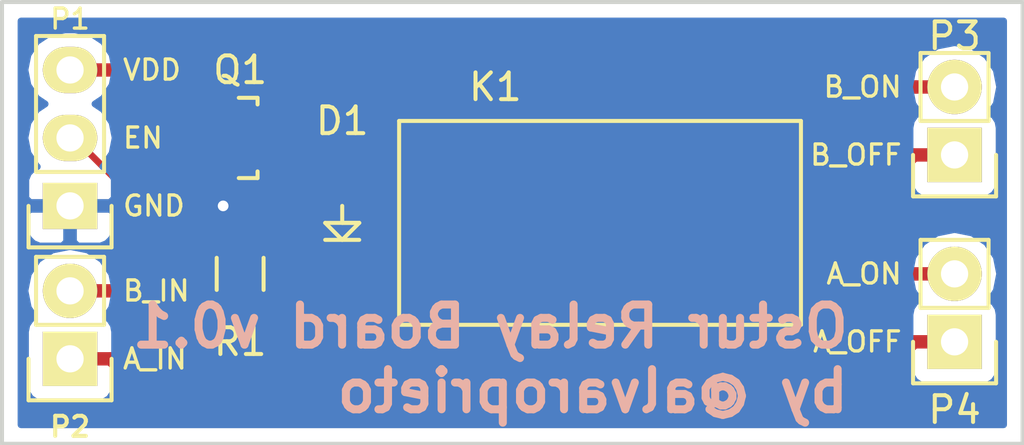
<source format=kicad_pcb>
(kicad_pcb (version 4) (host pcbnew 4.0.2+dfsg1-stable)

  (general
    (links 13)
    (no_connects 2)
    (area 129.464999 76.759999 167.715001 93.420001)
    (thickness 1.6)
    (drawings 14)
    (tracks 63)
    (zones 0)
    (modules 8)
    (nets 12)
  )

  (page A4)
  (layers
    (0 F.Cu signal)
    (31 B.Cu signal)
    (32 B.Adhes user)
    (33 F.Adhes user)
    (34 B.Paste user)
    (35 F.Paste user)
    (36 B.SilkS user)
    (37 F.SilkS user)
    (38 B.Mask user)
    (39 F.Mask user)
    (40 Dwgs.User user)
    (41 Cmts.User user)
    (42 Eco1.User user)
    (43 Eco2.User user)
    (44 Edge.Cuts user)
    (45 Margin user)
    (46 B.CrtYd user)
    (47 F.CrtYd user)
    (48 B.Fab user)
    (49 F.Fab user)
  )

  (setup
    (last_trace_width 0.5)
    (user_trace_width 0.25)
    (user_trace_width 0.4)
    (user_trace_width 0.45)
    (user_trace_width 0.5)
    (trace_clearance 0.2)
    (zone_clearance 0.508)
    (zone_45_only no)
    (trace_min 0.2)
    (segment_width 0.2)
    (edge_width 0.15)
    (via_size 0.6)
    (via_drill 0.4)
    (via_min_size 0.4)
    (via_min_drill 0.3)
    (user_via 0.635 0.382)
    (uvia_size 0.3)
    (uvia_drill 0.1)
    (uvias_allowed no)
    (uvia_min_size 0.2)
    (uvia_min_drill 0.1)
    (pcb_text_width 0.3)
    (pcb_text_size 1.5 1.5)
    (mod_edge_width 0.15)
    (mod_text_size 1 1)
    (mod_text_width 0.15)
    (pad_size 1.524 1.524)
    (pad_drill 0.762)
    (pad_to_mask_clearance 0.2)
    (aux_axis_origin 0 0)
    (visible_elements FFFFFF7F)
    (pcbplotparams
      (layerselection 0x00030_80000001)
      (usegerberextensions false)
      (excludeedgelayer true)
      (linewidth 0.100000)
      (plotframeref false)
      (viasonmask false)
      (mode 1)
      (useauxorigin false)
      (hpglpennumber 1)
      (hpglpenspeed 20)
      (hpglpendiameter 15)
      (hpglpenoverlay 2)
      (psnegative false)
      (psa4output false)
      (plotreference true)
      (plotvalue true)
      (plotinvisibletext false)
      (padsonsilk false)
      (subtractmaskfromsilk false)
      (outputformat 1)
      (mirror false)
      (drillshape 1)
      (scaleselection 1)
      (outputdirectory ""))
  )

  (net 0 "")
  (net 1 GND)
  (net 2 "Net-(D1-Pad2)")
  (net 3 VDD)
  (net 4 /a_out_off)
  (net 5 /a_in)
  (net 6 /a_out_on)
  (net 7 /b_out_on)
  (net 8 /b_out_off)
  (net 9 /b_in)
  (net 10 "Net-(P1-Pad2)")
  (net 11 "Net-(Q1-Pad1)")

  (net_class Default "This is the default net class."
    (clearance 0.2)
    (trace_width 0.25)
    (via_dia 0.6)
    (via_drill 0.4)
    (uvia_dia 0.3)
    (uvia_drill 0.1)
    (add_net /a_in)
    (add_net /a_out_off)
    (add_net /a_out_on)
    (add_net /b_in)
    (add_net /b_out_off)
    (add_net /b_out_on)
    (add_net GND)
    (add_net "Net-(D1-Pad2)")
    (add_net "Net-(P1-Pad2)")
    (add_net "Net-(Q1-Pad1)")
    (add_net VDD)
  )

  (module SOT-23 (layer F.Cu) (tedit 58744DAE) (tstamp 58744CB0)
    (at 138.43 81.915 270)
    (descr "SOT-23, Standard")
    (tags SOT-23)
    (path /58743FCE)
    (attr smd)
    (fp_text reference Q1 (at -2.54 0 360) (layer F.SilkS)
      (effects (font (size 1 1) (thickness 0.15)))
    )
    (fp_text value MMBT3904 (at 0 2.3 270) (layer F.Fab) hide
      (effects (font (size 1 1) (thickness 0.15)))
    )
    (fp_line (start -1.65 -1.6) (end 1.65 -1.6) (layer F.CrtYd) (width 0.05))
    (fp_line (start 1.65 -1.6) (end 1.65 1.6) (layer F.CrtYd) (width 0.05))
    (fp_line (start 1.65 1.6) (end -1.65 1.6) (layer F.CrtYd) (width 0.05))
    (fp_line (start -1.65 1.6) (end -1.65 -1.6) (layer F.CrtYd) (width 0.05))
    (fp_line (start 1.29916 -0.65024) (end 1.2509 -0.65024) (layer F.SilkS) (width 0.15))
    (fp_line (start -1.49982 0.0508) (end -1.49982 -0.65024) (layer F.SilkS) (width 0.15))
    (fp_line (start -1.49982 -0.65024) (end -1.2509 -0.65024) (layer F.SilkS) (width 0.15))
    (fp_line (start 1.29916 -0.65024) (end 1.49982 -0.65024) (layer F.SilkS) (width 0.15))
    (fp_line (start 1.49982 -0.65024) (end 1.49982 0.0508) (layer F.SilkS) (width 0.15))
    (pad 1 smd rect (at -0.95 1.00076 270) (size 0.8001 0.8001) (layers F.Cu F.Paste F.Mask)
      (net 11 "Net-(Q1-Pad1)"))
    (pad 2 smd rect (at 0.95 1.00076 270) (size 0.8001 0.8001) (layers F.Cu F.Paste F.Mask)
      (net 1 GND))
    (pad 3 smd rect (at 0 -0.99822 270) (size 0.8001 0.8001) (layers F.Cu F.Paste F.Mask)
      (net 2 "Net-(D1-Pad2)"))
    (model TO_SOT_Packages_SMD.3dshapes/SOT-23.wrl
      (at (xyz 0 0 0))
      (scale (xyz 1 1 1))
      (rotate (xyz 0 0 0))
    )
  )

  (module Pin_Headers:Pin_Header_Straight_1x03 (layer F.Cu) (tedit 587471FD) (tstamp 5875BA82)
    (at 132.08 84.455 180)
    (descr "Through hole pin header")
    (tags "pin header")
    (path /587445B5)
    (fp_text reference P1 (at 0 6.985 180) (layer F.SilkS)
      (effects (font (size 0.75 0.75) (thickness 0.125)))
    )
    (fp_text value CONN_01X03 (at 0 -3.1 180) (layer F.Fab) hide
      (effects (font (size 1 1) (thickness 0.15)))
    )
    (fp_line (start -1.75 -1.75) (end -1.75 6.85) (layer F.CrtYd) (width 0.05))
    (fp_line (start 1.75 -1.75) (end 1.75 6.85) (layer F.CrtYd) (width 0.05))
    (fp_line (start -1.75 -1.75) (end 1.75 -1.75) (layer F.CrtYd) (width 0.05))
    (fp_line (start -1.75 6.85) (end 1.75 6.85) (layer F.CrtYd) (width 0.05))
    (fp_line (start -1.27 1.27) (end -1.27 6.35) (layer F.SilkS) (width 0.15))
    (fp_line (start -1.27 6.35) (end 1.27 6.35) (layer F.SilkS) (width 0.15))
    (fp_line (start 1.27 6.35) (end 1.27 1.27) (layer F.SilkS) (width 0.15))
    (fp_line (start 1.55 -1.55) (end 1.55 0) (layer F.SilkS) (width 0.15))
    (fp_line (start 1.27 1.27) (end -1.27 1.27) (layer F.SilkS) (width 0.15))
    (fp_line (start -1.55 0) (end -1.55 -1.55) (layer F.SilkS) (width 0.15))
    (fp_line (start -1.55 -1.55) (end 1.55 -1.55) (layer F.SilkS) (width 0.15))
    (pad 1 thru_hole rect (at 0 0 180) (size 2.032 1.7272) (drill 1.016) (layers *.Cu *.Mask F.SilkS)
      (net 1 GND))
    (pad 2 thru_hole oval (at 0 2.54 180) (size 2.032 1.7272) (drill 1.016) (layers *.Cu *.Mask F.SilkS)
      (net 10 "Net-(P1-Pad2)"))
    (pad 3 thru_hole oval (at 0 5.08 180) (size 2.032 1.7272) (drill 1.016) (layers *.Cu *.Mask F.SilkS)
      (net 3 VDD))
    (model Pin_Headers.3dshapes/Pin_Header_Straight_1x03.wrl
      (at (xyz 0 -0.1 0))
      (scale (xyz 1 1 1))
      (rotate (xyz 0 0 90))
    )
  )

  (module Pin_Headers:Pin_Header_Straight_1x02 (layer F.Cu) (tedit 587471A7) (tstamp 5875BA93)
    (at 132.08 90.17 180)
    (descr "Through hole pin header")
    (tags "pin header")
    (path /58744699)
    (fp_text reference P2 (at 0 -2.54 180) (layer F.SilkS)
      (effects (font (size 0.75 0.75) (thickness 0.15)))
    )
    (fp_text value CONN_01X02 (at 0 -3.1 180) (layer F.Fab) hide
      (effects (font (size 1 1) (thickness 0.15)))
    )
    (fp_line (start 1.27 1.27) (end 1.27 3.81) (layer F.SilkS) (width 0.15))
    (fp_line (start 1.55 -1.55) (end 1.55 0) (layer F.SilkS) (width 0.15))
    (fp_line (start -1.75 -1.75) (end -1.75 4.3) (layer F.CrtYd) (width 0.05))
    (fp_line (start 1.75 -1.75) (end 1.75 4.3) (layer F.CrtYd) (width 0.05))
    (fp_line (start -1.75 -1.75) (end 1.75 -1.75) (layer F.CrtYd) (width 0.05))
    (fp_line (start -1.75 4.3) (end 1.75 4.3) (layer F.CrtYd) (width 0.05))
    (fp_line (start 1.27 1.27) (end -1.27 1.27) (layer F.SilkS) (width 0.15))
    (fp_line (start -1.55 0) (end -1.55 -1.55) (layer F.SilkS) (width 0.15))
    (fp_line (start -1.55 -1.55) (end 1.55 -1.55) (layer F.SilkS) (width 0.15))
    (fp_line (start -1.27 1.27) (end -1.27 3.81) (layer F.SilkS) (width 0.15))
    (fp_line (start -1.27 3.81) (end 1.27 3.81) (layer F.SilkS) (width 0.15))
    (pad 1 thru_hole rect (at 0 0 180) (size 2.032 2.032) (drill 1.016) (layers *.Cu *.Mask F.SilkS)
      (net 5 /a_in))
    (pad 2 thru_hole oval (at 0 2.54 180) (size 2.032 2.032) (drill 1.016) (layers *.Cu *.Mask F.SilkS)
      (net 9 /b_in))
    (model Pin_Headers.3dshapes/Pin_Header_Straight_1x02.wrl
      (at (xyz 0 -0.05 0))
      (scale (xyz 1 1 1))
      (rotate (xyz 0 0 90))
    )
  )

  (module Pin_Headers:Pin_Header_Straight_1x02 (layer F.Cu) (tedit 58744DAB) (tstamp 5875BAA4)
    (at 165.1 82.55 180)
    (descr "Through hole pin header")
    (tags "pin header")
    (path /58744714)
    (fp_text reference P3 (at 0 4.445 180) (layer F.SilkS)
      (effects (font (size 1 1) (thickness 0.15)))
    )
    (fp_text value CONN_01X02 (at 0 -3.1 180) (layer F.Fab) hide
      (effects (font (size 1 1) (thickness 0.15)))
    )
    (fp_line (start 1.27 1.27) (end 1.27 3.81) (layer F.SilkS) (width 0.15))
    (fp_line (start 1.55 -1.55) (end 1.55 0) (layer F.SilkS) (width 0.15))
    (fp_line (start -1.75 -1.75) (end -1.75 4.3) (layer F.CrtYd) (width 0.05))
    (fp_line (start 1.75 -1.75) (end 1.75 4.3) (layer F.CrtYd) (width 0.05))
    (fp_line (start -1.75 -1.75) (end 1.75 -1.75) (layer F.CrtYd) (width 0.05))
    (fp_line (start -1.75 4.3) (end 1.75 4.3) (layer F.CrtYd) (width 0.05))
    (fp_line (start 1.27 1.27) (end -1.27 1.27) (layer F.SilkS) (width 0.15))
    (fp_line (start -1.55 0) (end -1.55 -1.55) (layer F.SilkS) (width 0.15))
    (fp_line (start -1.55 -1.55) (end 1.55 -1.55) (layer F.SilkS) (width 0.15))
    (fp_line (start -1.27 1.27) (end -1.27 3.81) (layer F.SilkS) (width 0.15))
    (fp_line (start -1.27 3.81) (end 1.27 3.81) (layer F.SilkS) (width 0.15))
    (pad 1 thru_hole rect (at 0 0 180) (size 2.032 2.032) (drill 1.016) (layers *.Cu *.Mask F.SilkS)
      (net 8 /b_out_off))
    (pad 2 thru_hole oval (at 0 2.54 180) (size 2.032 2.032) (drill 1.016) (layers *.Cu *.Mask F.SilkS)
      (net 7 /b_out_on))
    (model Pin_Headers.3dshapes/Pin_Header_Straight_1x02.wrl
      (at (xyz 0 -0.05 0))
      (scale (xyz 1 1 1))
      (rotate (xyz 0 0 90))
    )
  )

  (module Pin_Headers:Pin_Header_Straight_1x02 (layer F.Cu) (tedit 58744DA6) (tstamp 5875BAB5)
    (at 165.1 89.535 180)
    (descr "Through hole pin header")
    (tags "pin header")
    (path /58744775)
    (fp_text reference P4 (at 0 -2.54 180) (layer F.SilkS)
      (effects (font (size 1 1) (thickness 0.15)))
    )
    (fp_text value CONN_01X02 (at 0 -3.1 180) (layer F.Fab) hide
      (effects (font (size 1 1) (thickness 0.15)))
    )
    (fp_line (start 1.27 1.27) (end 1.27 3.81) (layer F.SilkS) (width 0.15))
    (fp_line (start 1.55 -1.55) (end 1.55 0) (layer F.SilkS) (width 0.15))
    (fp_line (start -1.75 -1.75) (end -1.75 4.3) (layer F.CrtYd) (width 0.05))
    (fp_line (start 1.75 -1.75) (end 1.75 4.3) (layer F.CrtYd) (width 0.05))
    (fp_line (start -1.75 -1.75) (end 1.75 -1.75) (layer F.CrtYd) (width 0.05))
    (fp_line (start -1.75 4.3) (end 1.75 4.3) (layer F.CrtYd) (width 0.05))
    (fp_line (start 1.27 1.27) (end -1.27 1.27) (layer F.SilkS) (width 0.15))
    (fp_line (start -1.55 0) (end -1.55 -1.55) (layer F.SilkS) (width 0.15))
    (fp_line (start -1.55 -1.55) (end 1.55 -1.55) (layer F.SilkS) (width 0.15))
    (fp_line (start -1.27 1.27) (end -1.27 3.81) (layer F.SilkS) (width 0.15))
    (fp_line (start -1.27 3.81) (end 1.27 3.81) (layer F.SilkS) (width 0.15))
    (pad 1 thru_hole rect (at 0 0 180) (size 2.032 2.032) (drill 1.016) (layers *.Cu *.Mask F.SilkS)
      (net 4 /a_out_off))
    (pad 2 thru_hole oval (at 0 2.54 180) (size 2.032 2.032) (drill 1.016) (layers *.Cu *.Mask F.SilkS)
      (net 6 /a_out_on))
    (model Pin_Headers.3dshapes/Pin_Header_Straight_1x02.wrl
      (at (xyz 0 -0.05 0))
      (scale (xyz 1 1 1))
      (rotate (xyz 0 0 90))
    )
  )

  (module Resistors_SMD:R_0805 (layer F.Cu) (tedit 58747332) (tstamp 5877694C)
    (at 138.43 86.995 270)
    (descr "Resistor SMD 0805, reflow soldering, Vishay (see dcrcw.pdf)")
    (tags "resistor 0805")
    (path /58744071)
    (attr smd)
    (fp_text reference R1 (at 2.54 0 360) (layer F.SilkS)
      (effects (font (size 1 1) (thickness 0.15)))
    )
    (fp_text value 1k1 (at 0 2.1 270) (layer F.Fab) hide
      (effects (font (size 1 1) (thickness 0.15)))
    )
    (fp_line (start -1.6 -1) (end 1.6 -1) (layer F.CrtYd) (width 0.05))
    (fp_line (start -1.6 1) (end 1.6 1) (layer F.CrtYd) (width 0.05))
    (fp_line (start -1.6 -1) (end -1.6 1) (layer F.CrtYd) (width 0.05))
    (fp_line (start 1.6 -1) (end 1.6 1) (layer F.CrtYd) (width 0.05))
    (fp_line (start 0.6 0.875) (end -0.6 0.875) (layer F.SilkS) (width 0.15))
    (fp_line (start -0.6 -0.875) (end 0.6 -0.875) (layer F.SilkS) (width 0.15))
    (pad 1 smd rect (at -0.95 0 270) (size 0.7 1.3) (layers F.Cu F.Paste F.Mask)
      (net 11 "Net-(Q1-Pad1)"))
    (pad 2 smd rect (at 0.95 0 270) (size 0.7 1.3) (layers F.Cu F.Paste F.Mask)
      (net 10 "Net-(P1-Pad2)"))
    (model Resistors_SMD.3dshapes/R_0805.wrl
      (at (xyz 0 0 0))
      (scale (xyz 1 1 1))
      (rotate (xyz 0 0 0))
    )
  )

  (module footprints:SOD-80 (layer F.Cu) (tedit 5874756F) (tstamp 587A828C)
    (at 142.24 85.09 270)
    (path /58743F53)
    (fp_text reference D1 (at -3.81 0 360) (layer F.SilkS)
      (effects (font (size 1 1) (thickness 0.15)))
    )
    (fp_text value D (at 0 -2.54 270) (layer F.Fab) hide
      (effects (font (size 1 1) (thickness 0.15)))
    )
    (fp_line (start 0.635 -0.635) (end 0.635 0.635) (layer F.SilkS) (width 0.15))
    (fp_line (start 0 0) (end -0.635 0) (layer F.SilkS) (width 0.15))
    (fp_line (start 0 -0.635) (end 0 0) (layer F.SilkS) (width 0.15))
    (fp_line (start 0 0.635) (end 0 -0.635) (layer F.SilkS) (width 0.15))
    (fp_line (start 0.635 0) (end 0 0.635) (layer F.SilkS) (width 0.15))
    (fp_line (start 0 -0.635) (end 0.635 0) (layer F.SilkS) (width 0.15))
    (pad 2 smd rect (at -1.875 0 270) (size 1.25 2) (layers F.Cu F.Paste F.Mask)
      (net 2 "Net-(D1-Pad2)"))
    (pad 1 smd rect (at 1.875 0 270) (size 1.25 2) (layers F.Cu F.Paste F.Mask)
      (net 3 VDD))
  )

  (module footprints:EE2-3NU (layer F.Cu) (tedit 588E1D43) (tstamp 588E208E)
    (at 151.765 85.09)
    (path /58743F00)
    (fp_text reference K1 (at -3.81 -5.08 180) (layer F.SilkS)
      (effects (font (size 1 1) (thickness 0.15)))
    )
    (fp_text value EE2-3NU (at 8.89 0 90) (layer F.Fab) hide
      (effects (font (size 1 1) (thickness 0.15)))
    )
    (fp_line (start -7.4 -3.81) (end 7.6 -3.81) (layer F.SilkS) (width 0.15))
    (fp_line (start -7.4 -3.81) (end -7.4 3.81) (layer F.SilkS) (width 0.15))
    (fp_line (start 7.6 -3.81) (end 7.6 3.81) (layer F.SilkS) (width 0.15))
    (fp_line (start -7.4 3.81) (end 7.6 3.81) (layer F.SilkS) (width 0.15))
    (pad 12 smd rect (at -6.35 -3.81) (size 1.11 3) (layers F.Cu F.Paste F.Mask)
      (net 2 "Net-(D1-Pad2)"))
    (pad 10 smd rect (at -1.27 -3.81) (size 1.11 3) (layers F.Cu F.Paste F.Mask)
      (net 8 /b_out_off))
    (pad 9 smd rect (at 1.27 -3.81) (size 1.11 3) (layers F.Cu F.Paste F.Mask)
      (net 9 /b_in))
    (pad 8 smd rect (at 3.81 -3.81) (size 1.11 3) (layers F.Cu F.Paste F.Mask)
      (net 7 /b_out_on))
    (pad 5 smd rect (at 3.81 3.48) (size 1.11 3) (layers F.Cu F.Paste F.Mask)
      (net 6 /a_out_on))
    (pad 3 smd rect (at -1.27 3.48) (size 1.11 3) (layers F.Cu F.Paste F.Mask)
      (net 4 /a_out_off))
    (pad 4 smd rect (at 1.27 3.48) (size 1.11 3) (layers F.Cu F.Paste F.Mask)
      (net 5 /a_in))
    (pad 1 smd rect (at -6.35 3.48) (size 1.11 3) (layers F.Cu F.Paste F.Mask)
      (net 3 VDD))
  )

  (gr_text "Ostur Relay Board v0.1\nby @alvaroprieto" (at 161.29 90.17) (layer B.SilkS)
    (effects (font (size 1.5 1.5) (thickness 0.3)) (justify left mirror))
  )
  (gr_text A_OFF (at 163.195 89.535) (layer F.SilkS) (tstamp 58776AE4)
    (effects (font (size 0.75 0.75) (thickness 0.125)) (justify right))
  )
  (gr_text "A_ON\n" (at 163.195 86.995) (layer F.SilkS) (tstamp 58776AE1)
    (effects (font (size 0.75 0.75) (thickness 0.125)) (justify right))
  )
  (gr_text "B_OFF\n" (at 163.195 82.55) (layer F.SilkS) (tstamp 58776ADE)
    (effects (font (size 0.75 0.75) (thickness 0.125)) (justify right))
  )
  (gr_text "B_ON\n" (at 163.195 80.01) (layer F.SilkS) (tstamp 58776A7D)
    (effects (font (size 0.75 0.75) (thickness 0.125)) (justify right))
  )
  (gr_text "A_IN\n" (at 133.985 90.17) (layer F.SilkS) (tstamp 58776A74)
    (effects (font (size 0.75 0.75) (thickness 0.125)) (justify left))
  )
  (gr_text "B_IN\n" (at 133.985 87.63) (layer F.SilkS) (tstamp 58776A73)
    (effects (font (size 0.75 0.75) (thickness 0.125)) (justify left))
  )
  (gr_text "GND\n" (at 133.985 84.455) (layer F.SilkS) (tstamp 58776A4A)
    (effects (font (size 0.75 0.75) (thickness 0.125)) (justify left))
  )
  (gr_text "EN\n" (at 133.985 81.915) (layer F.SilkS) (tstamp 58776A49)
    (effects (font (size 0.75 0.75) (thickness 0.125)) (justify left))
  )
  (gr_text "VDD\n" (at 133.985 79.375) (layer F.SilkS)
    (effects (font (size 0.75 0.75) (thickness 0.125)) (justify left))
  )
  (gr_line (start 167.64 76.835) (end 129.54 76.835) (layer Edge.Cuts) (width 0.15))
  (gr_line (start 167.64 93.345) (end 167.64 76.835) (layer Edge.Cuts) (width 0.15))
  (gr_line (start 129.54 93.345) (end 167.64 93.345) (layer Edge.Cuts) (width 0.15))
  (gr_line (start 129.54 76.835) (end 129.54 93.345) (layer Edge.Cuts) (width 0.15))

  (via (at 137.795 84.455) (size 0.6) (drill 0.4) (layers F.Cu B.Cu) (net 1))
  (segment (start 137.795 84.13081) (end 137.795 84.455) (width 0.5) (layer F.Cu) (net 1))
  (segment (start 137.42924 82.865) (end 137.42924 83.76505) (width 0.5) (layer F.Cu) (net 1))
  (segment (start 137.42924 83.76505) (end 137.795 84.13081) (width 0.5) (layer F.Cu) (net 1))
  (segment (start 145.415 81.28) (end 144.175 81.28) (width 0.5) (layer F.Cu) (net 2))
  (segment (start 144.175 81.28) (end 142.24 83.215) (width 0.5) (layer F.Cu) (net 2))
  (segment (start 139.42822 81.915) (end 140.94 81.915) (width 0.5) (layer F.Cu) (net 2))
  (segment (start 140.94 81.915) (end 142.24 83.215) (width 0.5) (layer F.Cu) (net 2))
  (segment (start 132.08 79.375) (end 141.605 79.375) (width 0.5) (layer F.Cu) (net 3))
  (segment (start 141.605 79.375) (end 142.24 78.74) (width 0.5) (layer F.Cu) (net 3))
  (segment (start 142.24 78.74) (end 146.05 78.74) (width 0.5) (layer F.Cu) (net 3))
  (segment (start 146.05 78.74) (end 146.812 79.502) (width 0.5) (layer F.Cu) (net 3))
  (segment (start 146.812 79.502) (end 146.812 85.173) (width 0.5) (layer F.Cu) (net 3))
  (segment (start 146.812 85.173) (end 145.415 86.57) (width 0.5) (layer F.Cu) (net 3))
  (segment (start 145.415 86.57) (end 145.415 88.57) (width 0.5) (layer F.Cu) (net 3))
  (segment (start 145.415 88.57) (end 143.845 88.57) (width 0.5) (layer F.Cu) (net 3))
  (segment (start 143.845 88.57) (end 142.24 86.965) (width 0.5) (layer F.Cu) (net 3))
  (segment (start 150.495 88.57) (end 150.495 90.57) (width 0.5) (layer F.Cu) (net 4))
  (segment (start 150.495 90.57) (end 151.365 91.44) (width 0.5) (layer F.Cu) (net 4))
  (segment (start 151.365 91.44) (end 161.679 91.44) (width 0.5) (layer F.Cu) (net 4))
  (segment (start 161.679 91.44) (end 163.584 89.535) (width 0.5) (layer F.Cu) (net 4))
  (segment (start 163.584 89.535) (end 165.1 89.535) (width 0.5) (layer F.Cu) (net 4))
  (segment (start 153.035 86.36) (end 153.035 88.57) (width 0.5) (layer F.Cu) (net 5))
  (segment (start 152.4 85.725) (end 153.035 86.36) (width 0.5) (layer F.Cu) (net 5))
  (segment (start 153.035 89.515) (end 153.035 88.57) (width 0.5) (layer F.Cu) (net 5))
  (segment (start 149.86 85.725) (end 152.4 85.725) (width 0.5) (layer F.Cu) (net 5))
  (segment (start 149.225 86.36) (end 149.86 85.725) (width 0.5) (layer F.Cu) (net 5))
  (segment (start 149.225 90.17) (end 149.225 86.36) (width 0.5) (layer F.Cu) (net 5))
  (segment (start 132.08 90.17) (end 133.596 90.17) (width 0.5) (layer F.Cu) (net 5))
  (segment (start 133.596 90.17) (end 135.501 92.075) (width 0.5) (layer F.Cu) (net 5))
  (segment (start 147.32 92.075) (end 149.225 90.17) (width 0.5) (layer F.Cu) (net 5))
  (segment (start 135.501 92.075) (end 147.32 92.075) (width 0.5) (layer F.Cu) (net 5))
  (segment (start 155.575 88.57) (end 156.63 88.57) (width 0.5) (layer F.Cu) (net 6))
  (segment (start 156.63 88.57) (end 158.205 86.995) (width 0.5) (layer F.Cu) (net 6))
  (segment (start 158.205 86.995) (end 163.66316 86.995) (width 0.5) (layer F.Cu) (net 6))
  (segment (start 163.66316 86.995) (end 165.1 86.995) (width 0.5) (layer F.Cu) (net 6))
  (segment (start 157.9 80.01) (end 163.66316 80.01) (width 0.5) (layer F.Cu) (net 7))
  (segment (start 163.66316 80.01) (end 165.1 80.01) (width 0.5) (layer F.Cu) (net 7))
  (segment (start 156.63 81.28) (end 157.9 80.01) (width 0.5) (layer F.Cu) (net 7))
  (segment (start 155.575 81.28) (end 156.63 81.28) (width 0.5) (layer F.Cu) (net 7))
  (segment (start 151.035 83.82) (end 162.314 83.82) (width 0.5) (layer F.Cu) (net 8))
  (segment (start 162.314 83.82) (end 163.584 82.55) (width 0.5) (layer F.Cu) (net 8))
  (segment (start 163.584 82.55) (end 165.1 82.55) (width 0.5) (layer F.Cu) (net 8))
  (segment (start 150.495 81.28) (end 150.495 83.28) (width 0.5) (layer F.Cu) (net 8))
  (segment (start 150.495 83.28) (end 151.035 83.82) (width 0.5) (layer F.Cu) (net 8))
  (segment (start 132.08 87.63) (end 133.985 87.63) (width 0.5) (layer F.Cu) (net 9))
  (segment (start 133.985 87.63) (end 137.16 90.805) (width 0.5) (layer F.Cu) (net 9))
  (segment (start 137.16 90.805) (end 146.685 90.805) (width 0.5) (layer F.Cu) (net 9))
  (segment (start 146.685 90.805) (end 147.955 89.535) (width 0.5) (layer F.Cu) (net 9))
  (segment (start 147.955 89.535) (end 147.955 80.01) (width 0.5) (layer F.Cu) (net 9))
  (segment (start 149.225 78.74) (end 151.44 78.74) (width 0.5) (layer F.Cu) (net 9))
  (segment (start 147.955 80.01) (end 149.225 78.74) (width 0.5) (layer F.Cu) (net 9))
  (segment (start 151.44 78.74) (end 153.035 80.335) (width 0.5) (layer F.Cu) (net 9))
  (segment (start 153.035 80.335) (end 153.035 81.28) (width 0.5) (layer F.Cu) (net 9))
  (segment (start 153.035 82.225) (end 153.035 81.28) (width 0.5) (layer F.Cu) (net 9))
  (segment (start 132.2324 81.915) (end 138.2624 87.945) (width 0.25) (layer F.Cu) (net 10))
  (segment (start 132.08 81.915) (end 132.2324 81.915) (width 0.25) (layer F.Cu) (net 10))
  (segment (start 138.2624 87.945) (end 138.43 87.945) (width 0.25) (layer F.Cu) (net 10))
  (segment (start 137.42924 80.965) (end 136.77919 80.965) (width 0.25) (layer F.Cu) (net 11))
  (segment (start 136.77919 80.965) (end 135.89 81.85419) (width 0.25) (layer F.Cu) (net 11))
  (segment (start 135.89 81.85419) (end 135.89 84.455) (width 0.25) (layer F.Cu) (net 11))
  (segment (start 135.89 84.455) (end 137.48 86.045) (width 0.25) (layer F.Cu) (net 11))
  (segment (start 137.48 86.045) (end 138.43 86.045) (width 0.25) (layer F.Cu) (net 11))

  (zone (net 1) (net_name GND) (layer B.Cu) (tstamp 0) (hatch edge 0.508)
    (connect_pads (clearance 0.508))
    (min_thickness 0.254)
    (fill yes (arc_segments 16) (thermal_gap 0.508) (thermal_bridge_width 0.508))
    (polygon
      (pts
        (xy 129.54 76.835) (xy 129.54 93.345) (xy 167.64 93.345) (xy 167.64 76.835)
      )
    )
    (filled_polygon
      (pts
        (xy 166.93 92.635) (xy 130.25 92.635) (xy 130.25 87.63) (xy 130.396655 87.63) (xy 130.52233 88.26181)
        (xy 130.749499 88.601792) (xy 130.612559 88.68991) (xy 130.467569 88.90211) (xy 130.41656 89.154) (xy 130.41656 91.186)
        (xy 130.460838 91.421317) (xy 130.59991 91.637441) (xy 130.81211 91.782431) (xy 131.064 91.83344) (xy 133.096 91.83344)
        (xy 133.331317 91.789162) (xy 133.547441 91.65009) (xy 133.692431 91.43789) (xy 133.74344 91.186) (xy 133.74344 89.154)
        (xy 133.699162 88.918683) (xy 133.56009 88.702559) (xy 133.411163 88.600802) (xy 133.63767 88.26181) (xy 133.763345 87.63)
        (xy 133.63767 86.99819) (xy 133.635539 86.995) (xy 163.416655 86.995) (xy 163.54233 87.62681) (xy 163.769499 87.966792)
        (xy 163.632559 88.05491) (xy 163.487569 88.26711) (xy 163.43656 88.519) (xy 163.43656 90.551) (xy 163.480838 90.786317)
        (xy 163.61991 91.002441) (xy 163.83211 91.147431) (xy 164.084 91.19844) (xy 166.116 91.19844) (xy 166.351317 91.154162)
        (xy 166.567441 91.01509) (xy 166.712431 90.80289) (xy 166.76344 90.551) (xy 166.76344 88.519) (xy 166.719162 88.283683)
        (xy 166.58009 88.067559) (xy 166.431163 87.965802) (xy 166.65767 87.62681) (xy 166.783345 86.995) (xy 166.65767 86.36319)
        (xy 166.299778 85.827567) (xy 165.764155 85.469675) (xy 165.132345 85.344) (xy 165.067655 85.344) (xy 164.435845 85.469675)
        (xy 163.900222 85.827567) (xy 163.54233 86.36319) (xy 163.416655 86.995) (xy 133.635539 86.995) (xy 133.279778 86.462567)
        (xy 132.744155 86.104675) (xy 132.112345 85.979) (xy 132.047655 85.979) (xy 131.415845 86.104675) (xy 130.880222 86.462567)
        (xy 130.52233 86.99819) (xy 130.396655 87.63) (xy 130.25 87.63) (xy 130.25 84.74075) (xy 130.429 84.74075)
        (xy 130.429 85.44491) (xy 130.525673 85.678299) (xy 130.704302 85.856927) (xy 130.937691 85.9536) (xy 131.79425 85.9536)
        (xy 131.953 85.79485) (xy 131.953 84.582) (xy 132.207 84.582) (xy 132.207 85.79485) (xy 132.36575 85.9536)
        (xy 133.222309 85.9536) (xy 133.455698 85.856927) (xy 133.634327 85.678299) (xy 133.731 85.44491) (xy 133.731 84.74075)
        (xy 133.57225 84.582) (xy 132.207 84.582) (xy 131.953 84.582) (xy 130.58775 84.582) (xy 130.429 84.74075)
        (xy 130.25 84.74075) (xy 130.25 79.375) (xy 130.396655 79.375) (xy 130.510729 79.948489) (xy 130.835585 80.43467)
        (xy 131.150366 80.645) (xy 130.835585 80.85533) (xy 130.510729 81.341511) (xy 130.396655 81.915) (xy 130.510729 82.488489)
        (xy 130.835585 82.97467) (xy 130.85778 82.9895) (xy 130.704302 83.053073) (xy 130.525673 83.231701) (xy 130.429 83.46509)
        (xy 130.429 84.16925) (xy 130.58775 84.328) (xy 131.953 84.328) (xy 131.953 84.308) (xy 132.207 84.308)
        (xy 132.207 84.328) (xy 133.57225 84.328) (xy 133.731 84.16925) (xy 133.731 83.46509) (xy 133.634327 83.231701)
        (xy 133.455698 83.053073) (xy 133.30222 82.9895) (xy 133.324415 82.97467) (xy 133.649271 82.488489) (xy 133.763345 81.915)
        (xy 133.649271 81.341511) (xy 133.324415 80.85533) (xy 133.009634 80.645) (xy 133.324415 80.43467) (xy 133.60817 80.01)
        (xy 163.416655 80.01) (xy 163.54233 80.64181) (xy 163.769499 80.981792) (xy 163.632559 81.06991) (xy 163.487569 81.28211)
        (xy 163.43656 81.534) (xy 163.43656 83.566) (xy 163.480838 83.801317) (xy 163.61991 84.017441) (xy 163.83211 84.162431)
        (xy 164.084 84.21344) (xy 166.116 84.21344) (xy 166.351317 84.169162) (xy 166.567441 84.03009) (xy 166.712431 83.81789)
        (xy 166.76344 83.566) (xy 166.76344 81.534) (xy 166.719162 81.298683) (xy 166.58009 81.082559) (xy 166.431163 80.980802)
        (xy 166.65767 80.64181) (xy 166.783345 80.01) (xy 166.65767 79.37819) (xy 166.299778 78.842567) (xy 165.764155 78.484675)
        (xy 165.132345 78.359) (xy 165.067655 78.359) (xy 164.435845 78.484675) (xy 163.900222 78.842567) (xy 163.54233 79.37819)
        (xy 163.416655 80.01) (xy 133.60817 80.01) (xy 133.649271 79.948489) (xy 133.763345 79.375) (xy 133.649271 78.801511)
        (xy 133.324415 78.31533) (xy 132.838234 77.990474) (xy 132.264745 77.8764) (xy 131.895255 77.8764) (xy 131.321766 77.990474)
        (xy 130.835585 78.31533) (xy 130.510729 78.801511) (xy 130.396655 79.375) (xy 130.25 79.375) (xy 130.25 77.545)
        (xy 166.93 77.545)
      )
    )
  )
)

</source>
